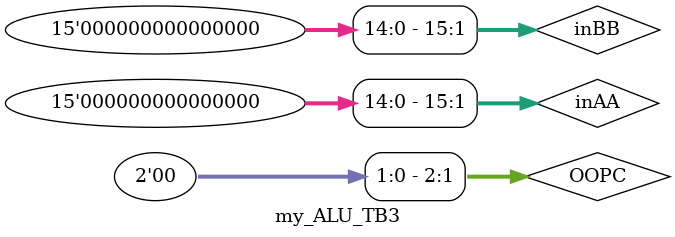
<source format=v>
`timescale 1ns/1ns
module my_ALU_TB3();
    reg [15:0] inAA;
    reg [15:0] inBB;
    reg inCC;
    reg [2:0] OOPC;
    wire [15:0] outWW1;
    wire [15:0] outWW3;
    wire ZZer1;
    wire ZZer3;
    wire NNeg1;
    wire NNeg3;
    my_ALU CUT1(inAA, inBB, inCC, OOPC, outWW1, ZZer1, NNeg1);
    my_ALU_3_synth CUT3(inAA, inBB, inCC, OOPC, outWW3, ZZer3, NNeg3);
    initial begin
        repeat(6) begin
        inAA = $random;
        inBB = $random;
        inCC = $random;
        OOPC = $random;
        #100;
        end
    end
endmodule
</source>
